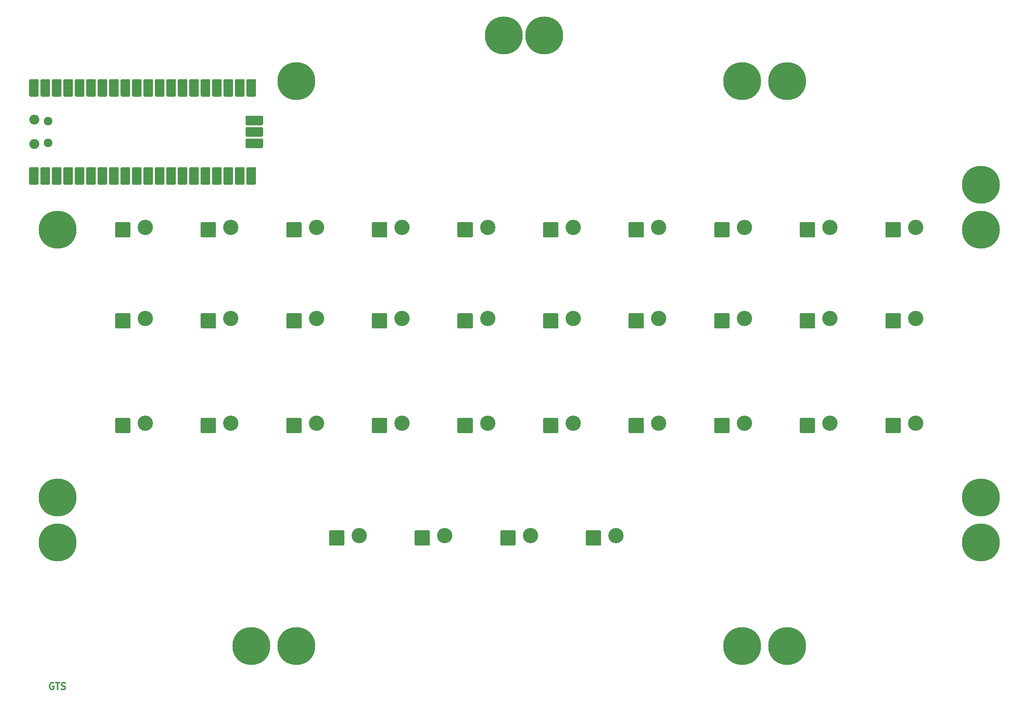
<source format=gbr>
%TF.GenerationSoftware,KiCad,Pcbnew,5.1.10-88a1d61d58~88~ubuntu20.04.1*%
%TF.CreationDate,2021-05-31T17:58:19-07:00*%
%TF.ProjectId,Stenokey,5374656e-6f6b-4657-992e-6b696361645f,1.0*%
%TF.SameCoordinates,Original*%
%TF.FileFunction,Soldermask,Top*%
%TF.FilePolarity,Negative*%
%FSLAX46Y46*%
G04 Gerber Fmt 4.6, Leading zero omitted, Abs format (unit mm)*
G04 Created by KiCad (PCBNEW 5.1.10-88a1d61d58~88~ubuntu20.04.1) date 2021-05-31 17:58:19*
%MOMM*%
%LPD*%
G01*
G04 APERTURE LIST*
%ADD10C,0.300000*%
%ADD11O,2.100000X2.100000*%
%ADD12O,2.200000X2.200000*%
%ADD13O,1.900000X1.900000*%
%ADD14C,8.400000*%
%ADD15C,3.400000*%
G04 APERTURE END LIST*
D10*
X116107142Y-201250000D02*
X115964285Y-201178571D01*
X115750000Y-201178571D01*
X115535714Y-201250000D01*
X115392857Y-201392857D01*
X115321428Y-201535714D01*
X115250000Y-201821428D01*
X115250000Y-202035714D01*
X115321428Y-202321428D01*
X115392857Y-202464285D01*
X115535714Y-202607142D01*
X115750000Y-202678571D01*
X115892857Y-202678571D01*
X116107142Y-202607142D01*
X116178571Y-202535714D01*
X116178571Y-202035714D01*
X115892857Y-202035714D01*
X116607142Y-201178571D02*
X117464285Y-201178571D01*
X117035714Y-202678571D02*
X117035714Y-201178571D01*
X117892857Y-202607142D02*
X118107142Y-202678571D01*
X118464285Y-202678571D01*
X118607142Y-202607142D01*
X118678571Y-202535714D01*
X118750000Y-202392857D01*
X118750000Y-202250000D01*
X118678571Y-202107142D01*
X118607142Y-202035714D01*
X118464285Y-201964285D01*
X118178571Y-201892857D01*
X118035714Y-201821428D01*
X117964285Y-201750000D01*
X117892857Y-201607142D01*
X117892857Y-201464285D01*
X117964285Y-201321428D01*
X118035714Y-201250000D01*
X118178571Y-201178571D01*
X118535714Y-201178571D01*
X118750000Y-201250000D01*
D11*
%TO.C,U1*%
X111760000Y-87630000D03*
X114300000Y-87630000D03*
G36*
G01*
X117690000Y-88680000D02*
X115990000Y-88680000D01*
G75*
G02*
X115790000Y-88480000I0J200000D01*
G01*
X115790000Y-86780000D01*
G75*
G02*
X115990000Y-86580000I200000J0D01*
G01*
X117690000Y-86580000D01*
G75*
G02*
X117890000Y-86780000I0J-200000D01*
G01*
X117890000Y-88480000D01*
G75*
G02*
X117690000Y-88680000I-200000J0D01*
G01*
G37*
X119380000Y-87630000D03*
X121920000Y-87630000D03*
X124460000Y-87630000D03*
X127000000Y-87630000D03*
G36*
G01*
X130390000Y-88680000D02*
X128690000Y-88680000D01*
G75*
G02*
X128490000Y-88480000I0J200000D01*
G01*
X128490000Y-86780000D01*
G75*
G02*
X128690000Y-86580000I200000J0D01*
G01*
X130390000Y-86580000D01*
G75*
G02*
X130590000Y-86780000I0J-200000D01*
G01*
X130590000Y-88480000D01*
G75*
G02*
X130390000Y-88680000I-200000J0D01*
G01*
G37*
X132080000Y-87630000D03*
X134620000Y-87630000D03*
X137160000Y-87630000D03*
X139700000Y-87630000D03*
G36*
G01*
X143090000Y-88680000D02*
X141390000Y-88680000D01*
G75*
G02*
X141190000Y-88480000I0J200000D01*
G01*
X141190000Y-86780000D01*
G75*
G02*
X141390000Y-86580000I200000J0D01*
G01*
X143090000Y-86580000D01*
G75*
G02*
X143290000Y-86780000I0J-200000D01*
G01*
X143290000Y-88480000D01*
G75*
G02*
X143090000Y-88680000I-200000J0D01*
G01*
G37*
X144780000Y-87630000D03*
X147320000Y-87630000D03*
X149860000Y-87630000D03*
X152400000Y-87630000D03*
G36*
G01*
X155790000Y-88680000D02*
X154090000Y-88680000D01*
G75*
G02*
X153890000Y-88480000I0J200000D01*
G01*
X153890000Y-86780000D01*
G75*
G02*
X154090000Y-86580000I200000J0D01*
G01*
X155790000Y-86580000D01*
G75*
G02*
X155990000Y-86780000I0J-200000D01*
G01*
X155990000Y-88480000D01*
G75*
G02*
X155790000Y-88680000I-200000J0D01*
G01*
G37*
X157480000Y-87630000D03*
X160020000Y-87630000D03*
X160020000Y-69850000D03*
X157480000Y-69850000D03*
G36*
G01*
X155790000Y-70900000D02*
X154090000Y-70900000D01*
G75*
G02*
X153890000Y-70700000I0J200000D01*
G01*
X153890000Y-69000000D01*
G75*
G02*
X154090000Y-68800000I200000J0D01*
G01*
X155790000Y-68800000D01*
G75*
G02*
X155990000Y-69000000I0J-200000D01*
G01*
X155990000Y-70700000D01*
G75*
G02*
X155790000Y-70900000I-200000J0D01*
G01*
G37*
X152400000Y-69850000D03*
X149860000Y-69850000D03*
X147320000Y-69850000D03*
X144780000Y-69850000D03*
G36*
G01*
X143090000Y-70900000D02*
X141390000Y-70900000D01*
G75*
G02*
X141190000Y-70700000I0J200000D01*
G01*
X141190000Y-69000000D01*
G75*
G02*
X141390000Y-68800000I200000J0D01*
G01*
X143090000Y-68800000D01*
G75*
G02*
X143290000Y-69000000I0J-200000D01*
G01*
X143290000Y-70700000D01*
G75*
G02*
X143090000Y-70900000I-200000J0D01*
G01*
G37*
X139700000Y-69850000D03*
X137160000Y-69850000D03*
X134620000Y-69850000D03*
X132080000Y-69850000D03*
G36*
G01*
X130390000Y-70900000D02*
X128690000Y-70900000D01*
G75*
G02*
X128490000Y-70700000I0J200000D01*
G01*
X128490000Y-69000000D01*
G75*
G02*
X128690000Y-68800000I200000J0D01*
G01*
X130390000Y-68800000D01*
G75*
G02*
X130590000Y-69000000I0J-200000D01*
G01*
X130590000Y-70700000D01*
G75*
G02*
X130390000Y-70900000I-200000J0D01*
G01*
G37*
X127000000Y-69850000D03*
X124460000Y-69850000D03*
X121920000Y-69850000D03*
X119380000Y-69850000D03*
G36*
G01*
X117690000Y-70900000D02*
X115990000Y-70900000D01*
G75*
G02*
X115790000Y-70700000I0J200000D01*
G01*
X115790000Y-69000000D01*
G75*
G02*
X115990000Y-68800000I200000J0D01*
G01*
X117690000Y-68800000D01*
G75*
G02*
X117890000Y-69000000I0J-200000D01*
G01*
X117890000Y-70700000D01*
G75*
G02*
X117690000Y-70900000I-200000J0D01*
G01*
G37*
X114300000Y-69850000D03*
X111760000Y-69850000D03*
G36*
G01*
X112610000Y-90480000D02*
X110910000Y-90480000D01*
G75*
G02*
X110710000Y-90280000I0J200000D01*
G01*
X110710000Y-86780000D01*
G75*
G02*
X110910000Y-86580000I200000J0D01*
G01*
X112610000Y-86580000D01*
G75*
G02*
X112810000Y-86780000I0J-200000D01*
G01*
X112810000Y-90280000D01*
G75*
G02*
X112610000Y-90480000I-200000J0D01*
G01*
G37*
G36*
G01*
X115150000Y-90480000D02*
X113450000Y-90480000D01*
G75*
G02*
X113250000Y-90280000I0J200000D01*
G01*
X113250000Y-86780000D01*
G75*
G02*
X113450000Y-86580000I200000J0D01*
G01*
X115150000Y-86580000D01*
G75*
G02*
X115350000Y-86780000I0J-200000D01*
G01*
X115350000Y-90280000D01*
G75*
G02*
X115150000Y-90480000I-200000J0D01*
G01*
G37*
G36*
G01*
X117690000Y-90480000D02*
X115990000Y-90480000D01*
G75*
G02*
X115790000Y-90280000I0J200000D01*
G01*
X115790000Y-86780000D01*
G75*
G02*
X115990000Y-86580000I200000J0D01*
G01*
X117690000Y-86580000D01*
G75*
G02*
X117890000Y-86780000I0J-200000D01*
G01*
X117890000Y-90280000D01*
G75*
G02*
X117690000Y-90480000I-200000J0D01*
G01*
G37*
G36*
G01*
X120230000Y-90480000D02*
X118530000Y-90480000D01*
G75*
G02*
X118330000Y-90280000I0J200000D01*
G01*
X118330000Y-86780000D01*
G75*
G02*
X118530000Y-86580000I200000J0D01*
G01*
X120230000Y-86580000D01*
G75*
G02*
X120430000Y-86780000I0J-200000D01*
G01*
X120430000Y-90280000D01*
G75*
G02*
X120230000Y-90480000I-200000J0D01*
G01*
G37*
G36*
G01*
X122770000Y-90480000D02*
X121070000Y-90480000D01*
G75*
G02*
X120870000Y-90280000I0J200000D01*
G01*
X120870000Y-86780000D01*
G75*
G02*
X121070000Y-86580000I200000J0D01*
G01*
X122770000Y-86580000D01*
G75*
G02*
X122970000Y-86780000I0J-200000D01*
G01*
X122970000Y-90280000D01*
G75*
G02*
X122770000Y-90480000I-200000J0D01*
G01*
G37*
G36*
G01*
X125310000Y-90480000D02*
X123610000Y-90480000D01*
G75*
G02*
X123410000Y-90280000I0J200000D01*
G01*
X123410000Y-86780000D01*
G75*
G02*
X123610000Y-86580000I200000J0D01*
G01*
X125310000Y-86580000D01*
G75*
G02*
X125510000Y-86780000I0J-200000D01*
G01*
X125510000Y-90280000D01*
G75*
G02*
X125310000Y-90480000I-200000J0D01*
G01*
G37*
G36*
G01*
X127850000Y-90480000D02*
X126150000Y-90480000D01*
G75*
G02*
X125950000Y-90280000I0J200000D01*
G01*
X125950000Y-86780000D01*
G75*
G02*
X126150000Y-86580000I200000J0D01*
G01*
X127850000Y-86580000D01*
G75*
G02*
X128050000Y-86780000I0J-200000D01*
G01*
X128050000Y-90280000D01*
G75*
G02*
X127850000Y-90480000I-200000J0D01*
G01*
G37*
G36*
G01*
X130390000Y-90480000D02*
X128690000Y-90480000D01*
G75*
G02*
X128490000Y-90280000I0J200000D01*
G01*
X128490000Y-86780000D01*
G75*
G02*
X128690000Y-86580000I200000J0D01*
G01*
X130390000Y-86580000D01*
G75*
G02*
X130590000Y-86780000I0J-200000D01*
G01*
X130590000Y-90280000D01*
G75*
G02*
X130390000Y-90480000I-200000J0D01*
G01*
G37*
G36*
G01*
X132930000Y-90480000D02*
X131230000Y-90480000D01*
G75*
G02*
X131030000Y-90280000I0J200000D01*
G01*
X131030000Y-86780000D01*
G75*
G02*
X131230000Y-86580000I200000J0D01*
G01*
X132930000Y-86580000D01*
G75*
G02*
X133130000Y-86780000I0J-200000D01*
G01*
X133130000Y-90280000D01*
G75*
G02*
X132930000Y-90480000I-200000J0D01*
G01*
G37*
G36*
G01*
X135470000Y-90480000D02*
X133770000Y-90480000D01*
G75*
G02*
X133570000Y-90280000I0J200000D01*
G01*
X133570000Y-86780000D01*
G75*
G02*
X133770000Y-86580000I200000J0D01*
G01*
X135470000Y-86580000D01*
G75*
G02*
X135670000Y-86780000I0J-200000D01*
G01*
X135670000Y-90280000D01*
G75*
G02*
X135470000Y-90480000I-200000J0D01*
G01*
G37*
G36*
G01*
X138010000Y-90480000D02*
X136310000Y-90480000D01*
G75*
G02*
X136110000Y-90280000I0J200000D01*
G01*
X136110000Y-86780000D01*
G75*
G02*
X136310000Y-86580000I200000J0D01*
G01*
X138010000Y-86580000D01*
G75*
G02*
X138210000Y-86780000I0J-200000D01*
G01*
X138210000Y-90280000D01*
G75*
G02*
X138010000Y-90480000I-200000J0D01*
G01*
G37*
G36*
G01*
X140550000Y-90480000D02*
X138850000Y-90480000D01*
G75*
G02*
X138650000Y-90280000I0J200000D01*
G01*
X138650000Y-86780000D01*
G75*
G02*
X138850000Y-86580000I200000J0D01*
G01*
X140550000Y-86580000D01*
G75*
G02*
X140750000Y-86780000I0J-200000D01*
G01*
X140750000Y-90280000D01*
G75*
G02*
X140550000Y-90480000I-200000J0D01*
G01*
G37*
G36*
G01*
X143090000Y-90480000D02*
X141390000Y-90480000D01*
G75*
G02*
X141190000Y-90280000I0J200000D01*
G01*
X141190000Y-86780000D01*
G75*
G02*
X141390000Y-86580000I200000J0D01*
G01*
X143090000Y-86580000D01*
G75*
G02*
X143290000Y-86780000I0J-200000D01*
G01*
X143290000Y-90280000D01*
G75*
G02*
X143090000Y-90480000I-200000J0D01*
G01*
G37*
G36*
G01*
X145630000Y-90480000D02*
X143930000Y-90480000D01*
G75*
G02*
X143730000Y-90280000I0J200000D01*
G01*
X143730000Y-86780000D01*
G75*
G02*
X143930000Y-86580000I200000J0D01*
G01*
X145630000Y-86580000D01*
G75*
G02*
X145830000Y-86780000I0J-200000D01*
G01*
X145830000Y-90280000D01*
G75*
G02*
X145630000Y-90480000I-200000J0D01*
G01*
G37*
G36*
G01*
X148170000Y-90480000D02*
X146470000Y-90480000D01*
G75*
G02*
X146270000Y-90280000I0J200000D01*
G01*
X146270000Y-86780000D01*
G75*
G02*
X146470000Y-86580000I200000J0D01*
G01*
X148170000Y-86580000D01*
G75*
G02*
X148370000Y-86780000I0J-200000D01*
G01*
X148370000Y-90280000D01*
G75*
G02*
X148170000Y-90480000I-200000J0D01*
G01*
G37*
G36*
G01*
X150710000Y-90480000D02*
X149010000Y-90480000D01*
G75*
G02*
X148810000Y-90280000I0J200000D01*
G01*
X148810000Y-86780000D01*
G75*
G02*
X149010000Y-86580000I200000J0D01*
G01*
X150710000Y-86580000D01*
G75*
G02*
X150910000Y-86780000I0J-200000D01*
G01*
X150910000Y-90280000D01*
G75*
G02*
X150710000Y-90480000I-200000J0D01*
G01*
G37*
G36*
G01*
X153250000Y-90480000D02*
X151550000Y-90480000D01*
G75*
G02*
X151350000Y-90280000I0J200000D01*
G01*
X151350000Y-86780000D01*
G75*
G02*
X151550000Y-86580000I200000J0D01*
G01*
X153250000Y-86580000D01*
G75*
G02*
X153450000Y-86780000I0J-200000D01*
G01*
X153450000Y-90280000D01*
G75*
G02*
X153250000Y-90480000I-200000J0D01*
G01*
G37*
G36*
G01*
X155790000Y-90480000D02*
X154090000Y-90480000D01*
G75*
G02*
X153890000Y-90280000I0J200000D01*
G01*
X153890000Y-86780000D01*
G75*
G02*
X154090000Y-86580000I200000J0D01*
G01*
X155790000Y-86580000D01*
G75*
G02*
X155990000Y-86780000I0J-200000D01*
G01*
X155990000Y-90280000D01*
G75*
G02*
X155790000Y-90480000I-200000J0D01*
G01*
G37*
G36*
G01*
X158330000Y-90480000D02*
X156630000Y-90480000D01*
G75*
G02*
X156430000Y-90280000I0J200000D01*
G01*
X156430000Y-86780000D01*
G75*
G02*
X156630000Y-86580000I200000J0D01*
G01*
X158330000Y-86580000D01*
G75*
G02*
X158530000Y-86780000I0J-200000D01*
G01*
X158530000Y-90280000D01*
G75*
G02*
X158330000Y-90480000I-200000J0D01*
G01*
G37*
G36*
G01*
X160870000Y-90480000D02*
X159170000Y-90480000D01*
G75*
G02*
X158970000Y-90280000I0J200000D01*
G01*
X158970000Y-86780000D01*
G75*
G02*
X159170000Y-86580000I200000J0D01*
G01*
X160870000Y-86580000D01*
G75*
G02*
X161070000Y-86780000I0J-200000D01*
G01*
X161070000Y-90280000D01*
G75*
G02*
X160870000Y-90480000I-200000J0D01*
G01*
G37*
G36*
G01*
X112610000Y-70900000D02*
X110910000Y-70900000D01*
G75*
G02*
X110710000Y-70700000I0J200000D01*
G01*
X110710000Y-67200000D01*
G75*
G02*
X110910000Y-67000000I200000J0D01*
G01*
X112610000Y-67000000D01*
G75*
G02*
X112810000Y-67200000I0J-200000D01*
G01*
X112810000Y-70700000D01*
G75*
G02*
X112610000Y-70900000I-200000J0D01*
G01*
G37*
G36*
G01*
X115150000Y-70900000D02*
X113450000Y-70900000D01*
G75*
G02*
X113250000Y-70700000I0J200000D01*
G01*
X113250000Y-67200000D01*
G75*
G02*
X113450000Y-67000000I200000J0D01*
G01*
X115150000Y-67000000D01*
G75*
G02*
X115350000Y-67200000I0J-200000D01*
G01*
X115350000Y-70700000D01*
G75*
G02*
X115150000Y-70900000I-200000J0D01*
G01*
G37*
G36*
G01*
X117690000Y-70900000D02*
X115990000Y-70900000D01*
G75*
G02*
X115790000Y-70700000I0J200000D01*
G01*
X115790000Y-67200000D01*
G75*
G02*
X115990000Y-67000000I200000J0D01*
G01*
X117690000Y-67000000D01*
G75*
G02*
X117890000Y-67200000I0J-200000D01*
G01*
X117890000Y-70700000D01*
G75*
G02*
X117690000Y-70900000I-200000J0D01*
G01*
G37*
G36*
G01*
X120230000Y-70900000D02*
X118530000Y-70900000D01*
G75*
G02*
X118330000Y-70700000I0J200000D01*
G01*
X118330000Y-67200000D01*
G75*
G02*
X118530000Y-67000000I200000J0D01*
G01*
X120230000Y-67000000D01*
G75*
G02*
X120430000Y-67200000I0J-200000D01*
G01*
X120430000Y-70700000D01*
G75*
G02*
X120230000Y-70900000I-200000J0D01*
G01*
G37*
G36*
G01*
X122770000Y-70900000D02*
X121070000Y-70900000D01*
G75*
G02*
X120870000Y-70700000I0J200000D01*
G01*
X120870000Y-67200000D01*
G75*
G02*
X121070000Y-67000000I200000J0D01*
G01*
X122770000Y-67000000D01*
G75*
G02*
X122970000Y-67200000I0J-200000D01*
G01*
X122970000Y-70700000D01*
G75*
G02*
X122770000Y-70900000I-200000J0D01*
G01*
G37*
G36*
G01*
X125310000Y-70900000D02*
X123610000Y-70900000D01*
G75*
G02*
X123410000Y-70700000I0J200000D01*
G01*
X123410000Y-67200000D01*
G75*
G02*
X123610000Y-67000000I200000J0D01*
G01*
X125310000Y-67000000D01*
G75*
G02*
X125510000Y-67200000I0J-200000D01*
G01*
X125510000Y-70700000D01*
G75*
G02*
X125310000Y-70900000I-200000J0D01*
G01*
G37*
G36*
G01*
X127850000Y-70900000D02*
X126150000Y-70900000D01*
G75*
G02*
X125950000Y-70700000I0J200000D01*
G01*
X125950000Y-67200000D01*
G75*
G02*
X126150000Y-67000000I200000J0D01*
G01*
X127850000Y-67000000D01*
G75*
G02*
X128050000Y-67200000I0J-200000D01*
G01*
X128050000Y-70700000D01*
G75*
G02*
X127850000Y-70900000I-200000J0D01*
G01*
G37*
G36*
G01*
X130390000Y-70900000D02*
X128690000Y-70900000D01*
G75*
G02*
X128490000Y-70700000I0J200000D01*
G01*
X128490000Y-67200000D01*
G75*
G02*
X128690000Y-67000000I200000J0D01*
G01*
X130390000Y-67000000D01*
G75*
G02*
X130590000Y-67200000I0J-200000D01*
G01*
X130590000Y-70700000D01*
G75*
G02*
X130390000Y-70900000I-200000J0D01*
G01*
G37*
G36*
G01*
X132930000Y-70900000D02*
X131230000Y-70900000D01*
G75*
G02*
X131030000Y-70700000I0J200000D01*
G01*
X131030000Y-67200000D01*
G75*
G02*
X131230000Y-67000000I200000J0D01*
G01*
X132930000Y-67000000D01*
G75*
G02*
X133130000Y-67200000I0J-200000D01*
G01*
X133130000Y-70700000D01*
G75*
G02*
X132930000Y-70900000I-200000J0D01*
G01*
G37*
G36*
G01*
X135470000Y-70900000D02*
X133770000Y-70900000D01*
G75*
G02*
X133570000Y-70700000I0J200000D01*
G01*
X133570000Y-67200000D01*
G75*
G02*
X133770000Y-67000000I200000J0D01*
G01*
X135470000Y-67000000D01*
G75*
G02*
X135670000Y-67200000I0J-200000D01*
G01*
X135670000Y-70700000D01*
G75*
G02*
X135470000Y-70900000I-200000J0D01*
G01*
G37*
G36*
G01*
X138010000Y-70900000D02*
X136310000Y-70900000D01*
G75*
G02*
X136110000Y-70700000I0J200000D01*
G01*
X136110000Y-67200000D01*
G75*
G02*
X136310000Y-67000000I200000J0D01*
G01*
X138010000Y-67000000D01*
G75*
G02*
X138210000Y-67200000I0J-200000D01*
G01*
X138210000Y-70700000D01*
G75*
G02*
X138010000Y-70900000I-200000J0D01*
G01*
G37*
G36*
G01*
X140550000Y-70900000D02*
X138850000Y-70900000D01*
G75*
G02*
X138650000Y-70700000I0J200000D01*
G01*
X138650000Y-67200000D01*
G75*
G02*
X138850000Y-67000000I200000J0D01*
G01*
X140550000Y-67000000D01*
G75*
G02*
X140750000Y-67200000I0J-200000D01*
G01*
X140750000Y-70700000D01*
G75*
G02*
X140550000Y-70900000I-200000J0D01*
G01*
G37*
G36*
G01*
X143090000Y-70900000D02*
X141390000Y-70900000D01*
G75*
G02*
X141190000Y-70700000I0J200000D01*
G01*
X141190000Y-67200000D01*
G75*
G02*
X141390000Y-67000000I200000J0D01*
G01*
X143090000Y-67000000D01*
G75*
G02*
X143290000Y-67200000I0J-200000D01*
G01*
X143290000Y-70700000D01*
G75*
G02*
X143090000Y-70900000I-200000J0D01*
G01*
G37*
G36*
G01*
X145630000Y-70900000D02*
X143930000Y-70900000D01*
G75*
G02*
X143730000Y-70700000I0J200000D01*
G01*
X143730000Y-67200000D01*
G75*
G02*
X143930000Y-67000000I200000J0D01*
G01*
X145630000Y-67000000D01*
G75*
G02*
X145830000Y-67200000I0J-200000D01*
G01*
X145830000Y-70700000D01*
G75*
G02*
X145630000Y-70900000I-200000J0D01*
G01*
G37*
G36*
G01*
X148170000Y-70900000D02*
X146470000Y-70900000D01*
G75*
G02*
X146270000Y-70700000I0J200000D01*
G01*
X146270000Y-67200000D01*
G75*
G02*
X146470000Y-67000000I200000J0D01*
G01*
X148170000Y-67000000D01*
G75*
G02*
X148370000Y-67200000I0J-200000D01*
G01*
X148370000Y-70700000D01*
G75*
G02*
X148170000Y-70900000I-200000J0D01*
G01*
G37*
G36*
G01*
X150710000Y-70900000D02*
X149010000Y-70900000D01*
G75*
G02*
X148810000Y-70700000I0J200000D01*
G01*
X148810000Y-67200000D01*
G75*
G02*
X149010000Y-67000000I200000J0D01*
G01*
X150710000Y-67000000D01*
G75*
G02*
X150910000Y-67200000I0J-200000D01*
G01*
X150910000Y-70700000D01*
G75*
G02*
X150710000Y-70900000I-200000J0D01*
G01*
G37*
G36*
G01*
X153250000Y-70900000D02*
X151550000Y-70900000D01*
G75*
G02*
X151350000Y-70700000I0J200000D01*
G01*
X151350000Y-67200000D01*
G75*
G02*
X151550000Y-67000000I200000J0D01*
G01*
X153250000Y-67000000D01*
G75*
G02*
X153450000Y-67200000I0J-200000D01*
G01*
X153450000Y-70700000D01*
G75*
G02*
X153250000Y-70900000I-200000J0D01*
G01*
G37*
G36*
G01*
X155790000Y-70900000D02*
X154090000Y-70900000D01*
G75*
G02*
X153890000Y-70700000I0J200000D01*
G01*
X153890000Y-67200000D01*
G75*
G02*
X154090000Y-67000000I200000J0D01*
G01*
X155790000Y-67000000D01*
G75*
G02*
X155990000Y-67200000I0J-200000D01*
G01*
X155990000Y-70700000D01*
G75*
G02*
X155790000Y-70900000I-200000J0D01*
G01*
G37*
G36*
G01*
X158330000Y-70900000D02*
X156630000Y-70900000D01*
G75*
G02*
X156430000Y-70700000I0J200000D01*
G01*
X156430000Y-67200000D01*
G75*
G02*
X156630000Y-67000000I200000J0D01*
G01*
X158330000Y-67000000D01*
G75*
G02*
X158530000Y-67200000I0J-200000D01*
G01*
X158530000Y-70700000D01*
G75*
G02*
X158330000Y-70900000I-200000J0D01*
G01*
G37*
G36*
G01*
X160870000Y-70900000D02*
X159170000Y-70900000D01*
G75*
G02*
X158970000Y-70700000I0J200000D01*
G01*
X158970000Y-67200000D01*
G75*
G02*
X159170000Y-67000000I200000J0D01*
G01*
X160870000Y-67000000D01*
G75*
G02*
X161070000Y-67200000I0J-200000D01*
G01*
X161070000Y-70700000D01*
G75*
G02*
X160870000Y-70900000I-200000J0D01*
G01*
G37*
D12*
X111890000Y-81465000D03*
X111890000Y-76015000D03*
D13*
X114920000Y-81165000D03*
X114920000Y-76315000D03*
G36*
G01*
X162640000Y-80430000D02*
X162640000Y-82130000D01*
G75*
G02*
X162440000Y-82330000I-200000J0D01*
G01*
X158940000Y-82330000D01*
G75*
G02*
X158740000Y-82130000I0J200000D01*
G01*
X158740000Y-80430000D01*
G75*
G02*
X158940000Y-80230000I200000J0D01*
G01*
X162440000Y-80230000D01*
G75*
G02*
X162640000Y-80430000I0J-200000D01*
G01*
G37*
D11*
X159790000Y-81280000D03*
G36*
G01*
X162640000Y-77890000D02*
X162640000Y-79590000D01*
G75*
G02*
X162440000Y-79790000I-200000J0D01*
G01*
X158940000Y-79790000D01*
G75*
G02*
X158740000Y-79590000I0J200000D01*
G01*
X158740000Y-77890000D01*
G75*
G02*
X158940000Y-77690000I200000J0D01*
G01*
X162440000Y-77690000D01*
G75*
G02*
X162640000Y-77890000I0J-200000D01*
G01*
G37*
G36*
G01*
X160640000Y-79790000D02*
X158940000Y-79790000D01*
G75*
G02*
X158740000Y-79590000I0J200000D01*
G01*
X158740000Y-77890000D01*
G75*
G02*
X158940000Y-77690000I200000J0D01*
G01*
X160640000Y-77690000D01*
G75*
G02*
X160840000Y-77890000I0J-200000D01*
G01*
X160840000Y-79590000D01*
G75*
G02*
X160640000Y-79790000I-200000J0D01*
G01*
G37*
G36*
G01*
X162640000Y-75350000D02*
X162640000Y-77050000D01*
G75*
G02*
X162440000Y-77250000I-200000J0D01*
G01*
X158940000Y-77250000D01*
G75*
G02*
X158740000Y-77050000I0J200000D01*
G01*
X158740000Y-75350000D01*
G75*
G02*
X158940000Y-75150000I200000J0D01*
G01*
X162440000Y-75150000D01*
G75*
G02*
X162640000Y-75350000I0J-200000D01*
G01*
G37*
X159790000Y-76200000D03*
%TD*%
D14*
%TO.C,Z4*%
X279000000Y-67500000D03*
%TD*%
%TO.C,Z5*%
X322000000Y-90500000D03*
%TD*%
%TO.C,SW1*%
G36*
G01*
X129800000Y-102000000D02*
X129800000Y-99000000D01*
G75*
G02*
X130000000Y-98800000I200000J0D01*
G01*
X133000000Y-98800000D01*
G75*
G02*
X133200000Y-99000000I0J-200000D01*
G01*
X133200000Y-102000000D01*
G75*
G02*
X133000000Y-102200000I-200000J0D01*
G01*
X130000000Y-102200000D01*
G75*
G02*
X129800000Y-102000000I0J200000D01*
G01*
G37*
D15*
X136500000Y-100000000D03*
%TD*%
%TO.C,SW2*%
G36*
G01*
X148800000Y-102000000D02*
X148800000Y-99000000D01*
G75*
G02*
X149000000Y-98800000I200000J0D01*
G01*
X152000000Y-98800000D01*
G75*
G02*
X152200000Y-99000000I0J-200000D01*
G01*
X152200000Y-102000000D01*
G75*
G02*
X152000000Y-102200000I-200000J0D01*
G01*
X149000000Y-102200000D01*
G75*
G02*
X148800000Y-102000000I0J200000D01*
G01*
G37*
X155500000Y-100000000D03*
%TD*%
%TO.C,SW3*%
G36*
G01*
X167800000Y-102000000D02*
X167800000Y-99000000D01*
G75*
G02*
X168000000Y-98800000I200000J0D01*
G01*
X171000000Y-98800000D01*
G75*
G02*
X171200000Y-99000000I0J-200000D01*
G01*
X171200000Y-102000000D01*
G75*
G02*
X171000000Y-102200000I-200000J0D01*
G01*
X168000000Y-102200000D01*
G75*
G02*
X167800000Y-102000000I0J200000D01*
G01*
G37*
X174500000Y-100000000D03*
%TD*%
%TO.C,SW4*%
G36*
G01*
X186800000Y-102000000D02*
X186800000Y-99000000D01*
G75*
G02*
X187000000Y-98800000I200000J0D01*
G01*
X190000000Y-98800000D01*
G75*
G02*
X190200000Y-99000000I0J-200000D01*
G01*
X190200000Y-102000000D01*
G75*
G02*
X190000000Y-102200000I-200000J0D01*
G01*
X187000000Y-102200000D01*
G75*
G02*
X186800000Y-102000000I0J200000D01*
G01*
G37*
X193500000Y-100000000D03*
%TD*%
%TO.C,SW5*%
G36*
G01*
X205800000Y-102000000D02*
X205800000Y-99000000D01*
G75*
G02*
X206000000Y-98800000I200000J0D01*
G01*
X209000000Y-98800000D01*
G75*
G02*
X209200000Y-99000000I0J-200000D01*
G01*
X209200000Y-102000000D01*
G75*
G02*
X209000000Y-102200000I-200000J0D01*
G01*
X206000000Y-102200000D01*
G75*
G02*
X205800000Y-102000000I0J200000D01*
G01*
G37*
X212500000Y-100000000D03*
%TD*%
%TO.C,SW6*%
G36*
G01*
X224800000Y-102000000D02*
X224800000Y-99000000D01*
G75*
G02*
X225000000Y-98800000I200000J0D01*
G01*
X228000000Y-98800000D01*
G75*
G02*
X228200000Y-99000000I0J-200000D01*
G01*
X228200000Y-102000000D01*
G75*
G02*
X228000000Y-102200000I-200000J0D01*
G01*
X225000000Y-102200000D01*
G75*
G02*
X224800000Y-102000000I0J200000D01*
G01*
G37*
X231500000Y-100000000D03*
%TD*%
%TO.C,SW7*%
G36*
G01*
X243800000Y-102000000D02*
X243800000Y-99000000D01*
G75*
G02*
X244000000Y-98800000I200000J0D01*
G01*
X247000000Y-98800000D01*
G75*
G02*
X247200000Y-99000000I0J-200000D01*
G01*
X247200000Y-102000000D01*
G75*
G02*
X247000000Y-102200000I-200000J0D01*
G01*
X244000000Y-102200000D01*
G75*
G02*
X243800000Y-102000000I0J200000D01*
G01*
G37*
X250500000Y-100000000D03*
%TD*%
%TO.C,SW8*%
G36*
G01*
X262800000Y-102000000D02*
X262800000Y-99000000D01*
G75*
G02*
X263000000Y-98800000I200000J0D01*
G01*
X266000000Y-98800000D01*
G75*
G02*
X266200000Y-99000000I0J-200000D01*
G01*
X266200000Y-102000000D01*
G75*
G02*
X266000000Y-102200000I-200000J0D01*
G01*
X263000000Y-102200000D01*
G75*
G02*
X262800000Y-102000000I0J200000D01*
G01*
G37*
X269500000Y-100000000D03*
%TD*%
%TO.C,SW9*%
G36*
G01*
X281800000Y-102000000D02*
X281800000Y-99000000D01*
G75*
G02*
X282000000Y-98800000I200000J0D01*
G01*
X285000000Y-98800000D01*
G75*
G02*
X285200000Y-99000000I0J-200000D01*
G01*
X285200000Y-102000000D01*
G75*
G02*
X285000000Y-102200000I-200000J0D01*
G01*
X282000000Y-102200000D01*
G75*
G02*
X281800000Y-102000000I0J200000D01*
G01*
G37*
X288500000Y-100000000D03*
%TD*%
%TO.C,SW10*%
G36*
G01*
X300800000Y-102000000D02*
X300800000Y-99000000D01*
G75*
G02*
X301000000Y-98800000I200000J0D01*
G01*
X304000000Y-98800000D01*
G75*
G02*
X304200000Y-99000000I0J-200000D01*
G01*
X304200000Y-102000000D01*
G75*
G02*
X304000000Y-102200000I-200000J0D01*
G01*
X301000000Y-102200000D01*
G75*
G02*
X300800000Y-102000000I0J200000D01*
G01*
G37*
X307500000Y-100000000D03*
%TD*%
%TO.C,SW11*%
G36*
G01*
X129800000Y-122250000D02*
X129800000Y-119250000D01*
G75*
G02*
X130000000Y-119050000I200000J0D01*
G01*
X133000000Y-119050000D01*
G75*
G02*
X133200000Y-119250000I0J-200000D01*
G01*
X133200000Y-122250000D01*
G75*
G02*
X133000000Y-122450000I-200000J0D01*
G01*
X130000000Y-122450000D01*
G75*
G02*
X129800000Y-122250000I0J200000D01*
G01*
G37*
X136500000Y-120250000D03*
%TD*%
%TO.C,SW12*%
G36*
G01*
X148800000Y-122250000D02*
X148800000Y-119250000D01*
G75*
G02*
X149000000Y-119050000I200000J0D01*
G01*
X152000000Y-119050000D01*
G75*
G02*
X152200000Y-119250000I0J-200000D01*
G01*
X152200000Y-122250000D01*
G75*
G02*
X152000000Y-122450000I-200000J0D01*
G01*
X149000000Y-122450000D01*
G75*
G02*
X148800000Y-122250000I0J200000D01*
G01*
G37*
X155500000Y-120250000D03*
%TD*%
%TO.C,SW13*%
G36*
G01*
X167800000Y-122250000D02*
X167800000Y-119250000D01*
G75*
G02*
X168000000Y-119050000I200000J0D01*
G01*
X171000000Y-119050000D01*
G75*
G02*
X171200000Y-119250000I0J-200000D01*
G01*
X171200000Y-122250000D01*
G75*
G02*
X171000000Y-122450000I-200000J0D01*
G01*
X168000000Y-122450000D01*
G75*
G02*
X167800000Y-122250000I0J200000D01*
G01*
G37*
X174500000Y-120250000D03*
%TD*%
%TO.C,SW14*%
G36*
G01*
X186800000Y-122250000D02*
X186800000Y-119250000D01*
G75*
G02*
X187000000Y-119050000I200000J0D01*
G01*
X190000000Y-119050000D01*
G75*
G02*
X190200000Y-119250000I0J-200000D01*
G01*
X190200000Y-122250000D01*
G75*
G02*
X190000000Y-122450000I-200000J0D01*
G01*
X187000000Y-122450000D01*
G75*
G02*
X186800000Y-122250000I0J200000D01*
G01*
G37*
X193500000Y-120250000D03*
%TD*%
%TO.C,SW15*%
G36*
G01*
X205800000Y-122250000D02*
X205800000Y-119250000D01*
G75*
G02*
X206000000Y-119050000I200000J0D01*
G01*
X209000000Y-119050000D01*
G75*
G02*
X209200000Y-119250000I0J-200000D01*
G01*
X209200000Y-122250000D01*
G75*
G02*
X209000000Y-122450000I-200000J0D01*
G01*
X206000000Y-122450000D01*
G75*
G02*
X205800000Y-122250000I0J200000D01*
G01*
G37*
X212500000Y-120250000D03*
%TD*%
%TO.C,SW16*%
G36*
G01*
X224800000Y-122250000D02*
X224800000Y-119250000D01*
G75*
G02*
X225000000Y-119050000I200000J0D01*
G01*
X228000000Y-119050000D01*
G75*
G02*
X228200000Y-119250000I0J-200000D01*
G01*
X228200000Y-122250000D01*
G75*
G02*
X228000000Y-122450000I-200000J0D01*
G01*
X225000000Y-122450000D01*
G75*
G02*
X224800000Y-122250000I0J200000D01*
G01*
G37*
X231500000Y-120250000D03*
%TD*%
%TO.C,SW17*%
G36*
G01*
X243800000Y-122250000D02*
X243800000Y-119250000D01*
G75*
G02*
X244000000Y-119050000I200000J0D01*
G01*
X247000000Y-119050000D01*
G75*
G02*
X247200000Y-119250000I0J-200000D01*
G01*
X247200000Y-122250000D01*
G75*
G02*
X247000000Y-122450000I-200000J0D01*
G01*
X244000000Y-122450000D01*
G75*
G02*
X243800000Y-122250000I0J200000D01*
G01*
G37*
X250500000Y-120250000D03*
%TD*%
%TO.C,SW18*%
G36*
G01*
X262800000Y-122250000D02*
X262800000Y-119250000D01*
G75*
G02*
X263000000Y-119050000I200000J0D01*
G01*
X266000000Y-119050000D01*
G75*
G02*
X266200000Y-119250000I0J-200000D01*
G01*
X266200000Y-122250000D01*
G75*
G02*
X266000000Y-122450000I-200000J0D01*
G01*
X263000000Y-122450000D01*
G75*
G02*
X262800000Y-122250000I0J200000D01*
G01*
G37*
X269500000Y-120250000D03*
%TD*%
%TO.C,SW19*%
G36*
G01*
X281800000Y-122250000D02*
X281800000Y-119250000D01*
G75*
G02*
X282000000Y-119050000I200000J0D01*
G01*
X285000000Y-119050000D01*
G75*
G02*
X285200000Y-119250000I0J-200000D01*
G01*
X285200000Y-122250000D01*
G75*
G02*
X285000000Y-122450000I-200000J0D01*
G01*
X282000000Y-122450000D01*
G75*
G02*
X281800000Y-122250000I0J200000D01*
G01*
G37*
X288500000Y-120250000D03*
%TD*%
%TO.C,SW20*%
G36*
G01*
X300800000Y-122250000D02*
X300800000Y-119250000D01*
G75*
G02*
X301000000Y-119050000I200000J0D01*
G01*
X304000000Y-119050000D01*
G75*
G02*
X304200000Y-119250000I0J-200000D01*
G01*
X304200000Y-122250000D01*
G75*
G02*
X304000000Y-122450000I-200000J0D01*
G01*
X301000000Y-122450000D01*
G75*
G02*
X300800000Y-122250000I0J200000D01*
G01*
G37*
X307500000Y-120250000D03*
%TD*%
%TO.C,SW21*%
G36*
G01*
X129800000Y-145500000D02*
X129800000Y-142500000D01*
G75*
G02*
X130000000Y-142300000I200000J0D01*
G01*
X133000000Y-142300000D01*
G75*
G02*
X133200000Y-142500000I0J-200000D01*
G01*
X133200000Y-145500000D01*
G75*
G02*
X133000000Y-145700000I-200000J0D01*
G01*
X130000000Y-145700000D01*
G75*
G02*
X129800000Y-145500000I0J200000D01*
G01*
G37*
X136500000Y-143500000D03*
%TD*%
%TO.C,SW22*%
G36*
G01*
X148800000Y-145500000D02*
X148800000Y-142500000D01*
G75*
G02*
X149000000Y-142300000I200000J0D01*
G01*
X152000000Y-142300000D01*
G75*
G02*
X152200000Y-142500000I0J-200000D01*
G01*
X152200000Y-145500000D01*
G75*
G02*
X152000000Y-145700000I-200000J0D01*
G01*
X149000000Y-145700000D01*
G75*
G02*
X148800000Y-145500000I0J200000D01*
G01*
G37*
X155500000Y-143500000D03*
%TD*%
%TO.C,SW23*%
G36*
G01*
X167800000Y-145500000D02*
X167800000Y-142500000D01*
G75*
G02*
X168000000Y-142300000I200000J0D01*
G01*
X171000000Y-142300000D01*
G75*
G02*
X171200000Y-142500000I0J-200000D01*
G01*
X171200000Y-145500000D01*
G75*
G02*
X171000000Y-145700000I-200000J0D01*
G01*
X168000000Y-145700000D01*
G75*
G02*
X167800000Y-145500000I0J200000D01*
G01*
G37*
X174500000Y-143500000D03*
%TD*%
%TO.C,SW24*%
G36*
G01*
X186800000Y-145500000D02*
X186800000Y-142500000D01*
G75*
G02*
X187000000Y-142300000I200000J0D01*
G01*
X190000000Y-142300000D01*
G75*
G02*
X190200000Y-142500000I0J-200000D01*
G01*
X190200000Y-145500000D01*
G75*
G02*
X190000000Y-145700000I-200000J0D01*
G01*
X187000000Y-145700000D01*
G75*
G02*
X186800000Y-145500000I0J200000D01*
G01*
G37*
X193500000Y-143500000D03*
%TD*%
%TO.C,SW25*%
G36*
G01*
X205800000Y-145500000D02*
X205800000Y-142500000D01*
G75*
G02*
X206000000Y-142300000I200000J0D01*
G01*
X209000000Y-142300000D01*
G75*
G02*
X209200000Y-142500000I0J-200000D01*
G01*
X209200000Y-145500000D01*
G75*
G02*
X209000000Y-145700000I-200000J0D01*
G01*
X206000000Y-145700000D01*
G75*
G02*
X205800000Y-145500000I0J200000D01*
G01*
G37*
X212500000Y-143500000D03*
%TD*%
%TO.C,SW26*%
G36*
G01*
X224800000Y-145500000D02*
X224800000Y-142500000D01*
G75*
G02*
X225000000Y-142300000I200000J0D01*
G01*
X228000000Y-142300000D01*
G75*
G02*
X228200000Y-142500000I0J-200000D01*
G01*
X228200000Y-145500000D01*
G75*
G02*
X228000000Y-145700000I-200000J0D01*
G01*
X225000000Y-145700000D01*
G75*
G02*
X224800000Y-145500000I0J200000D01*
G01*
G37*
X231500000Y-143500000D03*
%TD*%
%TO.C,SW27*%
G36*
G01*
X243800000Y-145500000D02*
X243800000Y-142500000D01*
G75*
G02*
X244000000Y-142300000I200000J0D01*
G01*
X247000000Y-142300000D01*
G75*
G02*
X247200000Y-142500000I0J-200000D01*
G01*
X247200000Y-145500000D01*
G75*
G02*
X247000000Y-145700000I-200000J0D01*
G01*
X244000000Y-145700000D01*
G75*
G02*
X243800000Y-145500000I0J200000D01*
G01*
G37*
X250500000Y-143500000D03*
%TD*%
%TO.C,SW28*%
G36*
G01*
X262800000Y-145500000D02*
X262800000Y-142500000D01*
G75*
G02*
X263000000Y-142300000I200000J0D01*
G01*
X266000000Y-142300000D01*
G75*
G02*
X266200000Y-142500000I0J-200000D01*
G01*
X266200000Y-145500000D01*
G75*
G02*
X266000000Y-145700000I-200000J0D01*
G01*
X263000000Y-145700000D01*
G75*
G02*
X262800000Y-145500000I0J200000D01*
G01*
G37*
X269500000Y-143500000D03*
%TD*%
%TO.C,SW29*%
G36*
G01*
X281800000Y-145500000D02*
X281800000Y-142500000D01*
G75*
G02*
X282000000Y-142300000I200000J0D01*
G01*
X285000000Y-142300000D01*
G75*
G02*
X285200000Y-142500000I0J-200000D01*
G01*
X285200000Y-145500000D01*
G75*
G02*
X285000000Y-145700000I-200000J0D01*
G01*
X282000000Y-145700000D01*
G75*
G02*
X281800000Y-145500000I0J200000D01*
G01*
G37*
X288500000Y-143500000D03*
%TD*%
%TO.C,SW30*%
G36*
G01*
X300800000Y-145500000D02*
X300800000Y-142500000D01*
G75*
G02*
X301000000Y-142300000I200000J0D01*
G01*
X304000000Y-142300000D01*
G75*
G02*
X304200000Y-142500000I0J-200000D01*
G01*
X304200000Y-145500000D01*
G75*
G02*
X304000000Y-145700000I-200000J0D01*
G01*
X301000000Y-145700000D01*
G75*
G02*
X300800000Y-145500000I0J200000D01*
G01*
G37*
X307500000Y-143500000D03*
%TD*%
%TO.C,SW31*%
G36*
G01*
X177300000Y-170500000D02*
X177300000Y-167500000D01*
G75*
G02*
X177500000Y-167300000I200000J0D01*
G01*
X180500000Y-167300000D01*
G75*
G02*
X180700000Y-167500000I0J-200000D01*
G01*
X180700000Y-170500000D01*
G75*
G02*
X180500000Y-170700000I-200000J0D01*
G01*
X177500000Y-170700000D01*
G75*
G02*
X177300000Y-170500000I0J200000D01*
G01*
G37*
X184000000Y-168500000D03*
%TD*%
%TO.C,SW32*%
G36*
G01*
X196300000Y-170500000D02*
X196300000Y-167500000D01*
G75*
G02*
X196500000Y-167300000I200000J0D01*
G01*
X199500000Y-167300000D01*
G75*
G02*
X199700000Y-167500000I0J-200000D01*
G01*
X199700000Y-170500000D01*
G75*
G02*
X199500000Y-170700000I-200000J0D01*
G01*
X196500000Y-170700000D01*
G75*
G02*
X196300000Y-170500000I0J200000D01*
G01*
G37*
X203000000Y-168500000D03*
%TD*%
%TO.C,SW33*%
G36*
G01*
X215300000Y-170500000D02*
X215300000Y-167500000D01*
G75*
G02*
X215500000Y-167300000I200000J0D01*
G01*
X218500000Y-167300000D01*
G75*
G02*
X218700000Y-167500000I0J-200000D01*
G01*
X218700000Y-170500000D01*
G75*
G02*
X218500000Y-170700000I-200000J0D01*
G01*
X215500000Y-170700000D01*
G75*
G02*
X215300000Y-170500000I0J200000D01*
G01*
G37*
X222000000Y-168500000D03*
%TD*%
%TO.C,SW34*%
G36*
G01*
X234300000Y-170500000D02*
X234300000Y-167500000D01*
G75*
G02*
X234500000Y-167300000I200000J0D01*
G01*
X237500000Y-167300000D01*
G75*
G02*
X237700000Y-167500000I0J-200000D01*
G01*
X237700000Y-170500000D01*
G75*
G02*
X237500000Y-170700000I-200000J0D01*
G01*
X234500000Y-170700000D01*
G75*
G02*
X234300000Y-170500000I0J200000D01*
G01*
G37*
X241000000Y-168500000D03*
%TD*%
D14*
%TO.C,Z2*%
X170000000Y-67500000D03*
%TD*%
%TO.C,Z3*%
X269000000Y-67500000D03*
%TD*%
%TO.C,Z6*%
X322000000Y-100500000D03*
%TD*%
%TO.C,Z7*%
X322000000Y-160000000D03*
%TD*%
%TO.C,Z8*%
X322000000Y-170000000D03*
%TD*%
%TO.C,Z9*%
X279000000Y-193000000D03*
%TD*%
%TO.C,Z10*%
X269000000Y-193000000D03*
%TD*%
%TO.C,Z11*%
X170000000Y-193000000D03*
%TD*%
%TO.C,Z12*%
X160000000Y-193000000D03*
%TD*%
%TO.C,Z13*%
X117000000Y-170000000D03*
%TD*%
%TO.C,Z14*%
X117000000Y-160000000D03*
%TD*%
%TO.C,Z15*%
X117000000Y-100500000D03*
%TD*%
%TO.C,Z1*%
X216090000Y-57340000D03*
%TD*%
%TO.C,Z16*%
X225090000Y-57340000D03*
%TD*%
M02*

</source>
